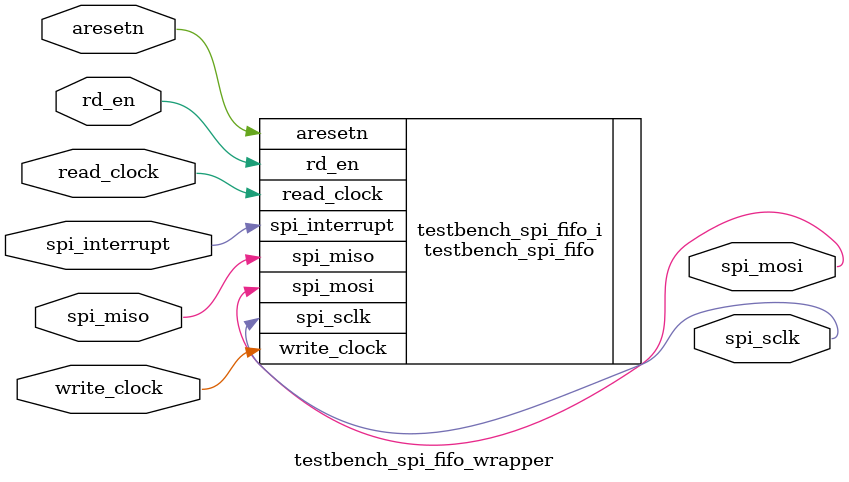
<source format=v>
`timescale 1 ps / 1 ps

module testbench_spi_fifo_wrapper
   (aresetn,
    rd_en,
    read_clock,
    spi_interrupt,
    spi_miso,
    spi_mosi,
    spi_sclk,
    write_clock);
  input aresetn;
  input rd_en;
  input read_clock;
  input spi_interrupt;
  input spi_miso;
  output spi_mosi;
  output spi_sclk;
  input write_clock;

  wire aresetn;
  wire rd_en;
  wire read_clock;
  wire spi_interrupt;
  wire spi_miso;
  wire spi_mosi;
  wire spi_sclk;
  wire write_clock;

  testbench_spi_fifo testbench_spi_fifo_i
       (.aresetn(aresetn),
        .rd_en(rd_en),
        .read_clock(read_clock),
        .spi_interrupt(spi_interrupt),
        .spi_miso(spi_miso),
        .spi_mosi(spi_mosi),
        .spi_sclk(spi_sclk),
        .write_clock(write_clock));
endmodule

</source>
